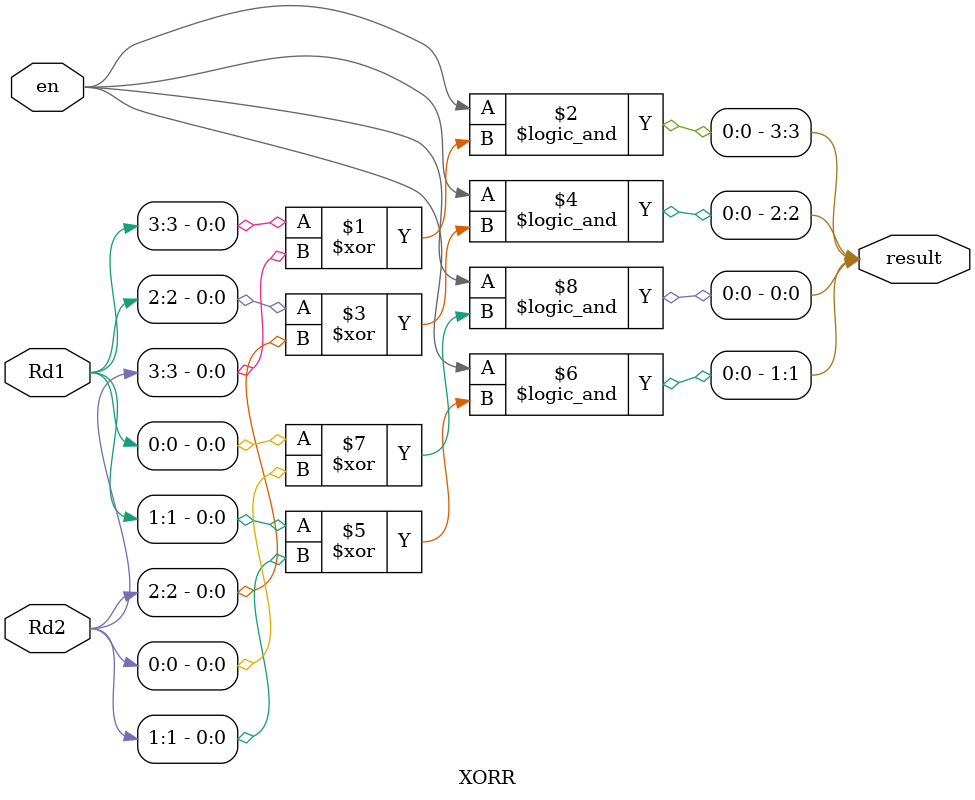
<source format=v>
`timescale 1ns / 1ps


module XORR(
    input en,
    input [3:0]Rd1,
    input [3:0]Rd2,
    output [3:0]result
    );
    
    assign result[3] = en  && (Rd1[3] ^ Rd2[3]);
    assign result[2] = en  && (Rd1[2] ^ Rd2[2]);
    assign result[1] = en  && (Rd1[1] ^ Rd2[1]);
    assign result[0] = en  && (Rd1[0] ^ Rd2[0]);        // enable ÀÎ°¡½Ã, XOR operation
    
endmodule
</source>
